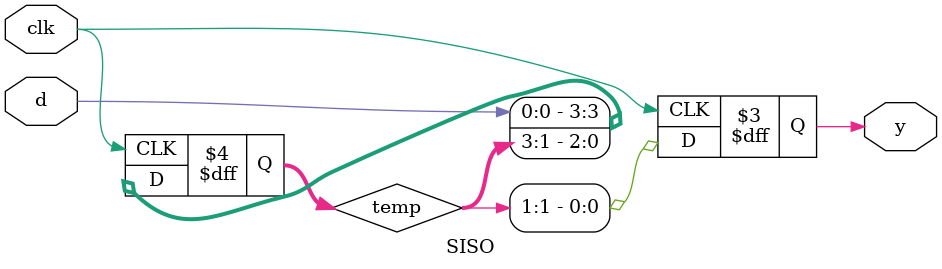
<source format=v>
`timescale 1ns / 1ps


module SISO(d,clk,y);
	input d, clk;
	output reg y;
	reg [3:0] temp;
	
	always @(posedge clk)
	begin
		temp = temp >> 1;
		temp[3] = d;
		y = temp[0];
	end
endmodule

</source>
